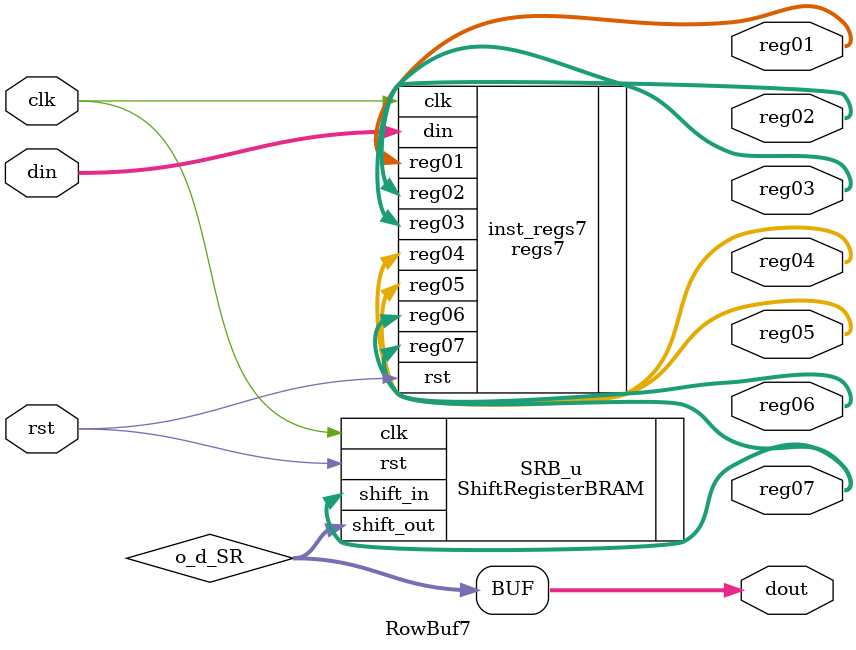
<source format=v>
`timescale 1ns / 1ps


module RowBuf7
#(
    parameter REGSNUM = 7,
    parameter DATA_WIDTH = 8,
    parameter IMAGE_WIDTH = 640
)
(
    input wire [DATA_WIDTH - 1:0] din,
    input wire clk,
    input wire rst,
    output wire [DATA_WIDTH - 1:0] dout,
    output wire [DATA_WIDTH - 1:0] reg07,
    output wire [DATA_WIDTH - 1:0] reg06,
    output wire [DATA_WIDTH - 1:0] reg05,
    output wire [DATA_WIDTH - 1:0] reg04,
    output wire [DATA_WIDTH - 1:0] reg03,
    output wire [DATA_WIDTH - 1:0] reg02,
    output wire [DATA_WIDTH - 1:0] reg01
);



wire [DATA_WIDTH - 1:0] o_d_SR; //output of the shift register



regs7 inst_regs7(
    .clk (clk),
    .rst (rst),
    .din (din),
    .reg07 (reg07),
    .reg06 (reg06),
    .reg05 (reg05),
    .reg04 (reg04),
    .reg03 (reg03),
    .reg02 (reg02),
    .reg01 (reg01)
);



ShiftRegisterBRAM //FIFO STYLE
#(
    .DATA_DEPTH(IMAGE_WIDTH-REGSNUM),
    .DATA_WIDTH(DATA_WIDTH)
)
SRB_u
(
    .clk(clk),
    .rst(rst),
    .shift_in(reg07),
    .shift_out(o_d_SR)
);

assign dout = o_d_SR;

endmodule

</source>
